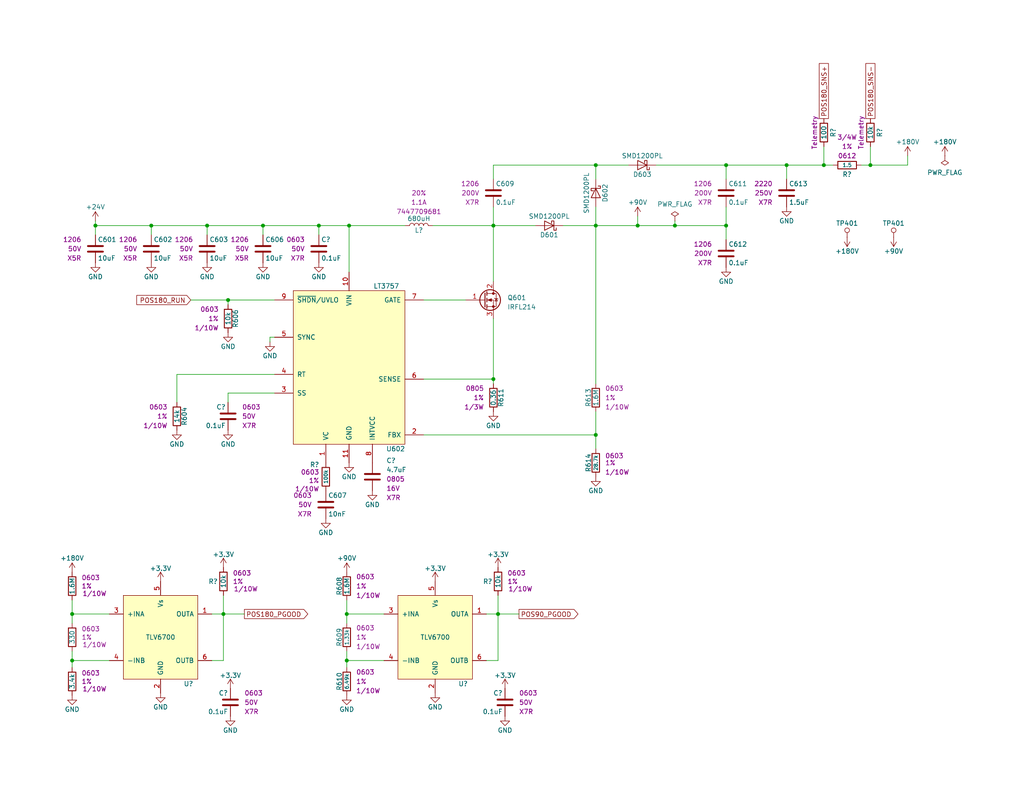
<source format=kicad_sch>
(kicad_sch (version 20230121) (generator eeschema)
  (paper "A")
  (title_block (title "Nixie Clock Redux Core Board") (date "2023-08-11") (rev "B") (company "Drew Maatman"))
  (lib_symbols
    (symbol "+180_1" (power) (pin_names (offset 0))
      (property "Value" "+180_1" (at 0 3.81 0))
      (symbol "+180_1_0_1"
        (polyline (pts (xy -0.762 1.27) (xy 0 2.54)))
        (polyline (pts (xy 0 0) (xy 0 2.54)))
        (polyline (pts (xy 0 2.54) (xy 0.762 1.27)))
      )
      (symbol "+180_1_1_1"
        (pin power_in line (at 0 0 90) (length 0) hide (name "+180V") (number "1"))
      )
    )
    (symbol "+90V_1" (power) (pin_names (offset 0))
      (property "Value" "+90V_1" (at 0 3.81 0))
      (symbol "+90V_1_0_1"
        (polyline (pts (xy -0.762 1.27) (xy 0 2.54)))
        (polyline (pts (xy 0 0) (xy 0 2.54)))
        (polyline (pts (xy 0 2.54) (xy 0.762 1.27)))
      )
      (symbol "+90V_1_1_1"
        (pin power_in line (at 0 0 90) (length 0) hide (name "+90V") (number "1"))
      )
    )
    (symbol "Custom Library:+180" (power) (pin_names (offset 0))
      (property "Value" "+180V" (at 0 3.81 0))
      (symbol "+180_0_1"
        (polyline (pts (xy -0.762 1.27) (xy 0 2.54)))
        (polyline (pts (xy 0 0) (xy 0 2.54)))
        (polyline (pts (xy 0 2.54) (xy 0.762 1.27)))
      )
      (symbol "+180_1_1"
        (pin power_in line (at 0 0 90) (length 0) hide (name "+180V") (number "1"))
      )
    )
    (symbol "Custom Library:+90V" (power) (pin_names (offset 0))
      (property "Value" "+90V" (at 0 3.81 0))
      (symbol "+90V_0_1"
        (polyline (pts (xy -0.762 1.27) (xy 0 2.54)))
        (polyline (pts (xy 0 0) (xy 0 2.54)))
        (polyline (pts (xy 0 2.54) (xy 0.762 1.27)))
      )
      (symbol "+90V_1_1"
        (pin power_in line (at 0 0 90) (length 0) hide (name "+90V") (number "1"))
      )
    )
    (symbol "Custom Library:C_Custom" (pin_numbers hide) (pin_names (offset 0.254))
      (property "Reference" "C" (at 0.635 2.54 0))
      (property "Value" "C_Custom" (at 0.635 -2.54 0))
      (property "display_footprint" "Foot" (at -3.81 2.54 0))
      (property "Voltage" "V" (at -3.81 0 0))
      (property "Dielectric" "Er" (at -3.81 -2.54 0))
      (symbol "C_Custom_0_1"
        (polyline (pts (xy -2.032 -0.762) (xy 2.032 -0.762)) (stroke (width 0.508)))
        (polyline (pts (xy -2.032 0.762) (xy 2.032 0.762)) (stroke (width 0.508)))
      )
      (symbol "C_Custom_1_1"
        (pin passive line (at 0 3.81 270) (length 2.794) (name "~") (number "1"))
        (pin passive line (at 0 -3.81 90) (length 2.794) (name "~") (number "2"))
      )
    )
    (symbol "Custom_Library:C_Custom" (pin_numbers hide) (pin_names (offset 0.254))
      (property "Reference" "C" (at 0.635 2.54 0))
      (property "Value" "Custom_Library_C_Custom" (at 0.635 -2.54 0))
      (property "display_footprint" "Foot" (at -3.81 2.54 0))
      (property "Voltage" "V" (at -3.81 0 0))
      (property "Dielectric" "Er" (at -3.81 -2.54 0))
      (symbol "C_Custom_0_1"
        (polyline (pts (xy -2.032 -0.762) (xy 2.032 -0.762)) (stroke (width 0.508)))
        (polyline (pts (xy -2.032 0.762) (xy 2.032 0.762)) (stroke (width 0.508)))
      )
      (symbol "C_Custom_1_1"
        (pin passive line (at 0 3.81 270) (length 2.794) (name "~") (number "1"))
        (pin passive line (at 0 -3.81 90) (length 2.794) (name "~") (number "2"))
      )
    )
    (symbol "Custom_Library:L_Custom" (pin_numbers hide) (pin_names (offset 1.016) hide)
      (property "Reference" "L" (at -1.27 0 90))
      (property "Value" "Custom_Library_L_Custom" (at 1.905 0 90))
      (property "display_footprint" "Foot" (at 3.81 0 90))
      (property "Ampacity" "A" (at 6.35 0 90))
      (property "Tolerance" "Tol" (at 8.89 0 90))
      (symbol "L_Custom_0_1"
        (arc (start 0 -2.54) (mid 0.6323 -1.905) (end 0 -1.27))
        (arc (start 0 -1.27) (mid 0.6323 -0.635) (end 0 0))
        (arc (start 0 0) (mid 0.6323 0.635) (end 0 1.27))
        (arc (start 0 1.27) (mid 0.6323 1.905) (end 0 2.54))
      )
      (symbol "L_Custom_1_1"
        (pin passive line (at 0 3.81 270) (length 1.27) (name "1") (number "1"))
        (pin passive line (at 0 -3.81 90) (length 1.27) (name "2") (number "2"))
      )
    )
    (symbol "Custom_Library:R_Custom" (pin_numbers hide) (pin_names (offset 1.016) hide)
      (property "Reference" "R" (at -2.54 0 90))
      (property "Value" "Custom_Library_R_Custom" (at 0 0 90))
      (property "display_footprint" "Foot" (at 2.54 0 90))
      (property "Tolerance" "Tol" (at 5.08 0 90))
      (property "Wattage" "W" (at 7.62 0 90))
      (symbol "R_Custom_0_1"
        (rectangle (start 1.016 2.54) (end -1.016 -2.54) (stroke (width 0.254)))
      )
      (symbol "R_Custom_1_1"
        (pin passive line (at 0 3.81 270) (length 1.27) (name "1") (number "1"))
        (pin passive line (at 0 -3.81 90) (length 1.27) (name "2") (number "2"))
      )
    )
    (symbol "Custom_Library:TLV6700" (pin_names (offset 1.016))
      (property "Reference" "U" (at 7.62 -12.7 0))
      (property "Value" "Custom_Library_TLV6700" (at 0 0 0))
      (symbol "TLV6700_0_1"
        (rectangle (start -10.16 11.43) (end 10.16 -11.43) (fill (type background)))
      )
      (symbol "TLV6700_1_1"
        (pin open_collector line (at 13.97 6.35 180) (length 3.81) (name "OUTA") (number "1"))
        (pin power_in line (at 0 -15.24 90) (length 3.81) (name "GND") (number "2"))
        (pin input line (at -13.97 6.35 0) (length 3.81) (name "+INA") (number "3"))
        (pin input line (at -13.97 -6.35 0) (length 3.81) (name "-INB") (number "4"))
        (pin power_in line (at 0 15.24 270) (length 3.81) (name "Vs") (number "5"))
        (pin open_collector line (at 13.97 -6.35 180) (length 3.81) (name "OUTB") (number "6"))
      )
    )
    (symbol "Custom_Library:TP" (pin_numbers hide) (pin_names (offset 0) hide)
      (property "Reference" "TP" (at 0 3.81 0))
      (symbol "TP_0_1"
        (polyline (pts (xy 0 0) (xy 0 1.27)))
        (circle (center 0 1.905) (radius 0.635))
      )
      (symbol "TP_1_1"
        (pin passive line (at 0 0 90) (length 0) (name "TP") (number "1"))
      )
    )
    (symbol "Nixie-Clock-rescue:D_Schottky" (pin_numbers hide) (pin_names (offset 1.016) hide)
      (property "Reference" "D" (at 0 2.54 0))
      (property "Value" "D_Schottky" (at 0 -2.54 0))
      (symbol "D_Schottky_0_1"
        (polyline (pts (xy 1.27 0) (xy -1.27 0)))
        (polyline (pts (xy 1.27 1.27) (xy 1.27 -1.27) (xy -1.27 0) (xy 1.27 1.27)) (stroke (width 0.2032)))
        (polyline (pts (xy -1.905 0.635) (xy -1.905 1.27) (xy -1.27 1.27) (xy -1.27 -1.27) (xy -0.635 -1.27) (xy -0.635 -0.635)) (stroke (width 0.2032)))
      )
      (symbol "D_Schottky_1_1"
        (pin passive line (at -3.81 0 0) (length 2.54) (name "K") (number "1"))
        (pin passive line (at 3.81 0 180) (length 2.54) (name "A") (number "2"))
      )
    )
    (symbol "Nixie-Clock-rescue:GND" (power) (pin_names (offset 0))
      (property "Value" "GND" (at 0 -3.81 0))
      (symbol "GND_0_1"
        (polyline (pts (xy 0 0) (xy 0 -1.27) (xy 1.27 -1.27) (xy 0 -2.54) (xy -1.27 -1.27) (xy 0 -1.27)))
      )
      (symbol "GND_1_1"
        (pin power_in line (at 0 0 270) (length 0) hide (name "GND") (number "1"))
      )
    )
    (symbol "Nixie-Clock-rescue:LT3757" (pin_names (offset 1.016))
      (property "Reference" "U" (at 12.7 -26.67 0))
      (property "Value" "LT3757" (at 10.16 17.78 0))
      (symbol "LT3757_0_1"
        (rectangle (start -15.24 16.51) (end 15.24 -25.4) (fill (type background)))
      )
      (symbol "LT3757_1_1"
        (pin passive line (at -6.35 -30.48 90) (length 5.08) (name "VC") (number "1"))
        (pin power_in line (at 0 21.59 270) (length 5.08) (name "VIN") (number "10"))
        (pin power_in line (at 0 -30.48 90) (length 5.08) (name "GND") (number "11"))
        (pin input line (at 20.32 -22.86 180) (length 5.08) (name "FBX") (number "2"))
        (pin passive line (at -20.32 -11.43 0) (length 5.08) (name "SS") (number "3"))
        (pin passive line (at -20.32 -6.35 0) (length 5.08) (name "RT") (number "4"))
        (pin input line (at -20.32 3.81 0) (length 5.08) (name "SYNC") (number "5"))
        (pin input line (at 20.32 -7.62 180) (length 5.08) (name "SENSE") (number "6"))
        (pin output line (at 20.32 13.97 180) (length 5.08) (name "GATE") (number "7"))
        (pin passive line (at 6.35 -30.48 90) (length 5.08) (name "INTVCC") (number "8"))
        (pin input line (at -20.32 13.97 0) (length 5.08) (name "~{SHDN}/UVLO") (number "9"))
      )
    )
    (symbol "Nixie-Clock-rescue:PWR_FLAG" (power) (pin_numbers hide) (pin_names (offset 0) hide)
      (property "Value" "PWR_FLAG" (at 0 3.81 0))
      (symbol "PWR_FLAG_0_0"
        (pin power_out line (at 0 0 90) (length 0) (name "pwr") (number "1"))
      )
      (symbol "PWR_FLAG_0_1"
        (polyline (pts (xy 0 0) (xy 0 1.27) (xy -1.016 1.905) (xy 0 2.54) (xy 1.016 1.905) (xy 0 1.27)))
      )
    )
    (symbol "Nixie-Clock-rescue:Q_NMOS_GDS" (pin_names (offset 0) hide)
      (property "Reference" "Q" (at 5.08 1.27 0))
      (property "Value" "Q_NMOS_GDS" (at 5.08 -1.27 0))
      (symbol "Q_NMOS_GDS_0_1"
        (polyline (pts (xy 0.0508 0) (xy 0.254 0)))
        (polyline (pts (xy 0.762 -1.778) (xy 2.54 -1.778)))
        (polyline (pts (xy 0.762 -1.27) (xy 0.762 -2.286)) (stroke (width 0.254)))
        (polyline (pts (xy 0.762 0) (xy 2.54 0)))
        (polyline (pts (xy 0.762 0.508) (xy 0.762 -0.508)) (stroke (width 0.254)))
        (polyline (pts (xy 0.762 1.778) (xy 2.54 1.778)))
        (polyline (pts (xy 0.762 2.286) (xy 0.762 1.27)) (stroke (width 0.254)))
        (polyline (pts (xy 2.54 -1.778) (xy 2.54 -2.54)))
        (polyline (pts (xy 2.54 -1.778) (xy 2.54 0)))
        (polyline (pts (xy 2.54 2.54) (xy 2.54 1.778)))
        (polyline (pts (xy 0.254 1.905) (xy 0.254 -1.905) (xy 0.254 -1.905)) (stroke (width 0.254)))
        (polyline (pts (xy 1.016 0) (xy 2.032 0.381) (xy 2.032 -0.381) (xy 1.016 0)) (fill (type outline)))
        (polyline (pts (xy 2.54 -1.778) (xy 3.302 -1.778) (xy 3.302 1.778) (xy 2.54 1.778)))
        (polyline (pts (xy 2.794 0.508) (xy 2.921 0.381) (xy 3.683 0.381) (xy 3.81 0.254)))
        (polyline (pts (xy 3.302 0.381) (xy 2.921 -0.254) (xy 3.683 -0.254) (xy 3.302 0.381)))
        (circle (center 1.651 0) (radius 2.8194) (stroke (width 0.254)))
        (circle (center 2.54 -1.778) (radius 0.2794) (fill (type outline)))
        (circle (center 2.54 1.778) (radius 0.2794) (fill (type outline)))
      )
      (symbol "Q_NMOS_GDS_1_1"
        (pin input line (at -5.08 0 0) (length 5.08) (name "G") (number "1"))
        (pin passive line (at 2.54 5.08 270) (length 2.54) (name "D") (number "2"))
        (pin passive line (at 2.54 -5.08 90) (length 2.54) (name "S") (number "3"))
      )
    )
    (symbol "Nixie-Clock-rescue:R" (pin_numbers hide) (pin_names (offset 0))
      (property "Reference" "R" (at 2.032 0 90))
      (property "Value" "R" (at 0 0 90))
      (symbol "R_0_1"
        (rectangle (start -1.016 -2.54) (end 1.016 2.54) (stroke (width 0.254)))
      )
      (symbol "R_1_1"
        (pin passive line (at 0 3.81 270) (length 1.27) (name "~") (number "1"))
        (pin passive line (at 0 -3.81 90) (length 1.27) (name "~") (number "2"))
      )
    )
    (symbol "power:+24V" (power) (pin_names (offset 0))
      (property "Value" "+24V" (at 0 3.556 0))
      (symbol "+24V_0_1"
        (polyline (pts (xy -0.762 1.27) (xy 0 2.54)))
        (polyline (pts (xy 0 0) (xy 0 2.54)))
        (polyline (pts (xy 0 2.54) (xy 0.762 1.27)))
      )
      (symbol "+24V_1_1"
        (pin power_in line (at 0 0 90) (length 0) hide (name "+24V") (number "1"))
      )
    )
    (symbol "power:+3.3V" (power) (pin_names (offset 0))
      (property "Value" "+3.3V" (at 0 3.556 0))
      (symbol "+3.3V_0_1"
        (polyline (pts (xy -0.762 1.27) (xy 0 2.54)))
        (polyline (pts (xy 0 0) (xy 0 2.54)))
        (polyline (pts (xy 0 2.54) (xy 0.762 1.27)))
      )
      (symbol "+3.3V_1_1"
        (pin power_in line (at 0 0 90) (length 0) hide (name "+3.3V") (number "1"))
      )
    )
    (symbol "power:GND" (power) (pin_names (offset 0))
      (property "Value" "GND" (at 0 -3.81 0))
      (symbol "GND_0_1"
        (polyline (pts (xy 0 0) (xy 0 -1.27) (xy 1.27 -1.27) (xy 0 -2.54) (xy -1.27 -1.27) (xy 0 -1.27)))
      )
      (symbol "GND_1_1"
        (pin power_in line (at 0 0 270) (length 0) hide (name "GND") (number "1"))
      )
    )
  )
  (junction (at 95.25 61.595))
  (junction (at 19.685 167.64))
  (junction (at 214.63 45.085))
  (junction (at 162.56 61.595))
  (junction (at 134.62 103.505))
  (junction (at 26.035 61.595))
  (junction (at 173.99 61.595))
  (junction (at 19.685 180.34))
  (junction (at 135.89 167.64))
  (junction (at 198.12 45.085))
  (junction (at 94.615 167.64))
  (junction (at 134.62 61.595))
  (junction (at 41.275 61.595))
  (junction (at 94.615 180.34))
  (junction (at 162.56 118.745))
  (junction (at 56.515 61.595))
  (junction (at 198.12 61.595))
  (junction (at 224.79 45.085))
  (junction (at 237.49 45.085))
  (junction (at 62.23 81.915))
  (junction (at 184.15 61.595))
  (junction (at 60.96 167.64))
  (junction (at 71.755 61.595))
  (junction (at 162.56 45.085))
  (junction (at 86.995 61.595))
  (wire (pts (xy 52.07 81.915) (xy 62.23 81.915)))
  (wire (pts (xy 153.67 61.595) (xy 162.56 61.595)))
  (wire (pts (xy 71.755 61.595) (xy 86.995 61.595)))
  (wire (pts (xy 95.25 61.595) (xy 110.49 61.595)))
  (wire (pts (xy 26.035 61.595) (xy 41.275 61.595)))
  (wire (pts (xy 247.65 42.545) (xy 247.65 45.085)))
  (wire (pts (xy 95.25 61.595) (xy 95.25 74.295)))
  (wire (pts (xy 134.62 61.595) (xy 146.05 61.595)))
  (wire (pts (xy 41.275 61.595) (xy 56.515 61.595)))
  (wire (pts (xy 134.62 61.595) (xy 134.62 76.835)))
  (wire (pts (xy 162.56 56.515) (xy 162.56 61.595)))
  (wire (pts (xy 48.26 102.235) (xy 74.93 102.235)))
  (wire (pts (xy 162.56 118.745) (xy 162.56 122.555)))
  (wire (pts (xy 162.56 61.595) (xy 173.99 61.595)))
  (wire (pts (xy 62.23 109.855) (xy 62.23 107.315)))
  (wire (pts (xy 127 81.915) (xy 115.57 81.915)))
  (wire (pts (xy 26.035 60.325) (xy 26.035 61.595)))
  (wire (pts (xy 115.57 103.505) (xy 134.62 103.505)))
  (wire (pts (xy 162.56 45.085) (xy 162.56 48.895)))
  (wire (pts (xy 132.715 180.34) (xy 135.89 180.34)))
  (wire (pts (xy 56.515 61.595) (xy 71.755 61.595)))
  (wire (pts (xy 237.49 40.005) (xy 237.49 45.085)))
  (wire (pts (xy 162.56 112.395) (xy 162.56 118.745)))
  (wire (pts (xy 62.23 81.915) (xy 74.93 81.915)))
  (wire (pts (xy 94.615 180.34) (xy 94.615 182.245)))
  (wire (pts (xy 94.615 180.34) (xy 94.615 177.8)))
  (wire (pts (xy 162.56 45.085) (xy 171.45 45.085)))
  (wire (pts (xy 86.995 61.595) (xy 86.995 64.135)))
  (wire (pts (xy 57.785 180.34) (xy 60.96 180.34)))
  (wire (pts (xy 224.79 45.085) (xy 227.33 45.085)))
  (wire (pts (xy 134.62 56.515) (xy 134.62 61.595)))
  (wire (pts (xy 135.89 167.64) (xy 135.89 162.56)))
  (wire (pts (xy 141.605 167.64) (xy 135.89 167.64)))
  (wire (pts (xy 134.62 103.505) (xy 134.62 104.775)))
  (wire (pts (xy 162.56 61.595) (xy 162.56 104.775)))
  (wire (pts (xy 60.96 180.34) (xy 60.96 167.64)))
  (wire (pts (xy 134.62 45.085) (xy 162.56 45.085)))
  (wire (pts (xy 19.685 180.34) (xy 19.685 177.8)))
  (wire (pts (xy 104.775 180.34) (xy 94.615 180.34)))
  (wire (pts (xy 26.035 64.135) (xy 26.035 61.595)))
  (wire (pts (xy 135.89 180.34) (xy 135.89 167.64)))
  (wire (pts (xy 19.685 167.64) (xy 19.685 170.18)))
  (wire (pts (xy 73.66 92.075) (xy 74.93 92.075)))
  (wire (pts (xy 173.99 61.595) (xy 184.15 61.595)))
  (wire (pts (xy 19.685 167.64) (xy 19.685 163.83)))
  (wire (pts (xy 104.775 167.64) (xy 94.615 167.64)))
  (wire (pts (xy 57.785 167.64) (xy 60.96 167.64)))
  (wire (pts (xy 132.715 167.64) (xy 135.89 167.64)))
  (wire (pts (xy 214.63 45.085) (xy 224.79 45.085)))
  (wire (pts (xy 224.79 40.005) (xy 224.79 45.085)))
  (wire (pts (xy 56.515 64.135) (xy 56.515 61.595)))
  (wire (pts (xy 118.11 61.595) (xy 134.62 61.595)))
  (wire (pts (xy 94.615 167.64) (xy 94.615 170.18)))
  (wire (pts (xy 71.755 64.135) (xy 71.755 61.595)))
  (wire (pts (xy 173.99 59.055) (xy 173.99 61.595)))
  (wire (pts (xy 237.49 45.085) (xy 247.65 45.085)))
  (wire (pts (xy 19.685 180.34) (xy 19.685 182.245)))
  (wire (pts (xy 115.57 118.745) (xy 162.56 118.745)))
  (wire (pts (xy 234.95 45.085) (xy 237.49 45.085)))
  (wire (pts (xy 179.07 45.085) (xy 198.12 45.085)))
  (wire (pts (xy 60.96 167.64) (xy 60.96 162.56)))
  (wire (pts (xy 198.12 56.515) (xy 198.12 61.595)))
  (wire (pts (xy 62.23 107.315) (xy 74.93 107.315)))
  (wire (pts (xy 29.845 167.64) (xy 19.685 167.64)))
  (wire (pts (xy 62.23 81.915) (xy 62.23 83.185)))
  (wire (pts (xy 86.995 61.595) (xy 95.25 61.595)))
  (wire (pts (xy 198.12 61.595) (xy 198.12 65.405)))
  (wire (pts (xy 214.63 45.085) (xy 214.63 48.895)))
  (wire (pts (xy 94.615 167.64) (xy 94.615 163.83)))
  (wire (pts (xy 48.26 109.855) (xy 48.26 102.235)))
  (wire (pts (xy 184.15 60.325) (xy 184.15 61.595)))
  (wire (pts (xy 73.66 93.345) (xy 73.66 92.075)))
  (wire (pts (xy 198.12 48.895) (xy 198.12 45.085)))
  (wire (pts (xy 134.62 86.995) (xy 134.62 103.505)))
  (wire (pts (xy 66.675 167.64) (xy 60.96 167.64)))
  (wire (pts (xy 29.845 180.34) (xy 19.685 180.34)))
  (wire (pts (xy 134.62 45.085) (xy 134.62 48.895)))
  (wire (pts (xy 41.275 64.135) (xy 41.275 61.595)))
  (wire (pts (xy 198.12 45.085) (xy 214.63 45.085)))
  (wire (pts (xy 184.15 61.595) (xy 198.12 61.595)))
  (global_label "POS180_PGOOD" (shape output) (at 66.675 167.64 0) (property "Intersheetrefs" "${INTERSHEET_REFS}" (at 84.4579 167.64 0) (effects (justify left))))
  (global_label "POS180_RUN" (shape input) (at 52.07 81.915 180) (property "Intersheetrefs" "${INTERSHEET_REFS}" (at 36.8271 81.915 0) (effects (justify right))))
  (global_label "POS180_SNS+" (shape passive) (at 224.79 32.385 90) (property "Intersheetrefs" "${INTERSHEET_REFS}" (at 224.79 16.8625 90) (effects (justify left))))
  (global_label "POS180_SNS-" (shape passive) (at 237.49 32.385 90) (property "Intersheetrefs" "${INTERSHEET_REFS}" (at 237.49 16.8625 90) (effects (justify left))))
  (global_label "POS90_PGOOD" (shape output) (at 141.605 167.64 0) (property "Intersheetrefs" "${INTERSHEET_REFS}" (at 158.1784 167.64 0) (effects (justify left))))
  (symbol (lib_id "Nixie-Clock-rescue:LT3757") (at 95.25 95.885 0) (unit 1)
    (property "Reference" "U602" (at 107.95 122.555 0))
    (property "Value" "LT3757" (at 105.41 78.105 0))
    (property "Footprint" "Housings_DFN_QFN:DFN-10-1EP_3x3mm_Pitch0.5mm" (effects hide))
    (property "Digi-Key PN" "LT3757IDD#PBF" (effects hide))
    (instances (project "Nixie_Clock_Core" (path "" (reference "U602") (unit 1))) (project "Nixie Clock" (path "" (reference "U?") (unit 1))))
  )
  (symbol (lib_id "power:GND") (at 86.995 71.755 0) (mirror y) (unit 1)
    (property "Reference" "#PWR?" (effects hide))
    (property "Value" "GND" (at 86.995 75.565 0))
    (instances (project "Analog_Clock" (path "" (reference "#PWR?") (unit 1))) (project "Nixie_Clock_Core" (path "" (reference "#PWR?") (unit 1)) (path "" (reference "#PWR0636") (unit 1))))
  )
  (symbol (lib_id "Custom Library:C_Custom") (at 41.275 67.945 0) (unit 1)
    (property "Reference" "C602" (at 41.91 65.405 0) (effects (justify left)))
    (property "Value" "10uF" (at 41.91 70.485 0) (effects (justify left)))
    (property "Footprint" "Capacitors_SMD:C_1206" (effects hide))
    (property "display_footprint" "1206" (at 37.465 65.405 0) (effects (justify right)))
    (property "Voltage" "50V" (at 37.465 67.945 0) (effects (justify right)))
    (property "Dielectric" "X5R" (at 37.465 70.485 0) (effects (justify right)))
    (property "Digi-Key PN" "1276-6767-1-ND" (effects hide))
  )
  (symbol (lib_id "power:+3.3V") (at 135.89 154.94 0) (unit 1)
    (property "Reference" "#PWR?" (effects hide))
    (property "Value" "+3.3V" (at 135.89 151.384 0))
    (instances (project "Analog_Clock" (path "" (reference "#PWR?") (unit 1))) (project "Nixie_Clock_Core" (path "" (reference "#PWR?") (unit 1)) (path "" (reference "#PWR0605") (unit 1))))
  )
  (symbol (lib_id "Custom Library:C_Custom") (at 26.035 67.945 0) (unit 1)
    (property "Reference" "C601" (at 26.67 65.405 0) (effects (justify left)))
    (property "Value" "10uF" (at 26.67 70.485 0) (effects (justify left)))
    (property "Footprint" "Capacitors_SMD:C_1206" (effects hide))
    (property "display_footprint" "1206" (at 22.225 65.405 0) (effects (justify right)))
    (property "Voltage" "50V" (at 22.225 67.945 0) (effects (justify right)))
    (property "Dielectric" "X5R" (at 22.225 70.485 0) (effects (justify right)))
    (property "Digi-Key PN" "1276-6767-1-ND" (effects hide))
  )
  (symbol (lib_id "Nixie-Clock-rescue:R") (at 134.62 108.585 0) (unit 1)
    (property "Reference" "R611" (at 136.652 108.585 90))
    (property "Value" "0.36" (at 134.62 108.585 90))
    (property "Footprint" "Resistors_SMD:R_0805" (effects hide))
    (property "Wattage" "1/3W" (at 132.08 111.125 0) (effects (justify right)))
    (property "Tolerance" "1%" (at 132.08 108.585 0) (effects (justify right)))
    (property "Digi-Key PN" "RL12S.36FCT-ND" (effects hide))
    (property "display_footprint" "0805" (at 132.08 106.045 0) (effects (justify right)))
    (instances (project "Nixie_Clock_Core" (path "" (reference "R611") (unit 1))) (project "Nixie Clock" (path "" (reference "R?") (unit 1))))
  )
  (symbol (lib_id "power:GND") (at 118.745 189.23 0) (unit 1)
    (property "Reference" "#PWR?" (effects hide))
    (property "Value" "GND" (at 118.745 193.04 0))
    (instances (project "Analog_Clock" (path "" (reference "#PWR?") (unit 1))) (project "Nixie_Clock_Core" (path "" (reference "#PWR?") (unit 1)) (path "" (reference "#PWR0604") (unit 1))))
  )
  (symbol (lib_id "power:+24V") (at 26.035 60.325 0) (unit 1)
    (property "Reference" "#PWR0613" (effects hide))
    (property "Value" "+24V" (at 26.035 56.515 0))
  )
  (symbol (lib_id "Custom_Library:R_Custom") (at 231.14 45.085 90) (unit 1)
    (property "Reference" "R?" (at 231.14 47.625 90))
    (property "Value" "1.5" (at 231.14 45.085 90) (effects (font (size 1.016 1.016))))
    (property "Footprint" "Resistors_SMD:R_0612" (effects hide))
    (property "Digi-Key PN" "RCL06121R20FKEA" (effects hide))
    (property "display_footprint" "0612" (at 231.14 42.545 90))
    (property "Tolerance" "1%" (at 231.14 40.005 90))
    (property "Wattage" "3/4W" (at 231.14 37.465 90))
    (instances (project "Nixie_Clock_Core" (path "" (reference "R?") (unit 1)) (path "" (reference "R616") (unit 1))) (project "LED_Panel_Controller" (path "" (reference "R?") (unit 1)) (path "" (reference "R?") (unit 1)) (path "" (reference "R?") (unit 1)) (path "" (reference "R?") (unit 1)) (path "" (reference "R?") (unit 1)) (path "" (reference "R?") (unit 1))))
  )
  (symbol (lib_name "+180_1") (lib_id "Custom Library:+180") (at 247.65 42.545 0) (unit 1)
    (property "Reference" "#PWR0632" (effects hide))
    (property "Value" "+180V" (at 247.65 38.735 0))
  )
  (symbol (lib_id "Nixie-Clock-rescue:GND") (at 48.26 117.475 0) (unit 1)
    (property "Reference" "#PWR0617" (effects hide))
    (property "Value" "GND" (at 48.26 121.285 0))
    (instances (project "Nixie_Clock_Core" (path "" (reference "#PWR0617") (unit 1))) (project "Nixie Clock" (path "" (reference "#PWR?") (unit 1))))
  )
  (symbol (lib_id "Nixie-Clock-rescue:R") (at 62.23 86.995 0) (unit 1)
    (property "Reference" "R606" (at 64.262 86.995 90))
    (property "Value" "10k" (at 62.23 86.995 90))
    (property "Footprint" "Resistors_SMD:R_0603" (effects hide))
    (property "Wattage" "1/10W" (at 59.69 89.535 0) (effects (justify right)))
    (property "Tolerance" "1%" (at 59.69 86.995 0) (effects (justify right)))
    (property "display_footprint" "0603" (at 59.69 84.455 0) (effects (justify right)))
    (property "Digi-Key PN" "541-10.0KHCT-ND" (effects hide))
    (instances (project "Nixie_Clock_Core" (path "" (reference "R606") (unit 1))) (project "Nixie Clock" (path "" (reference "R?") (unit 1))))
  )
  (symbol (lib_id "Nixie-Clock-rescue:GND") (at 62.23 90.805 0) (unit 1)
    (property "Reference" "#PWR0619" (effects hide))
    (property "Value" "GND" (at 62.23 94.615 0))
    (instances (project "Nixie_Clock_Core" (path "" (reference "#PWR0619") (unit 1))) (project "Nixie Clock" (path "" (reference "#PWR?") (unit 1))))
  )
  (symbol (lib_id "Custom_Library:R_Custom") (at 88.9 130.175 0) (mirror y) (unit 1)
    (property "Reference" "R?" (at 87.122 126.873 0) (effects (justify left)))
    (property "Value" "100k" (at 88.9 130.175 90) (effects (font (size 1.016 1.016))))
    (property "Footprint" "Resistors_SMD:R_0603" (effects hide))
    (property "display_footprint" "0603" (at 87.122 128.905 0) (effects (justify left)))
    (property "Tolerance" "1%" (at 87.122 131.191 0) (effects (justify left)))
    (property "Wattage" "1/10W" (at 87.122 133.477 0) (effects (justify left)))
    (property "Digi-Key PN" "541-100KHCT-ND" (effects hide))
    (instances (project "Analog_Clock" (path "" (reference "R?") (unit 1)) (path "" (reference "R?") (unit 1))) (project "Nixie_Clock_Core" (path "" (reference "R?") (unit 1)) (path "" (reference "R607") (unit 1))))
  )
  (symbol (lib_id "Custom_Library:R_Custom") (at 60.96 158.75 0) (unit 1)
    (property "Reference" "R?" (at 59.436 158.75 0) (effects (justify right)))
    (property "Value" "10k" (at 60.96 158.75 90))
    (property "Footprint" "Resistors_SMD:R_0603" (effects hide))
    (property "display_footprint" "0603" (at 63.5 156.464 0) (effects (justify left)))
    (property "Tolerance" "1%" (at 63.5 158.75 0) (effects (justify left)))
    (property "Wattage" "1/10W" (at 63.754 160.782 0) (effects (justify left)))
    (property "Digi-Key PN" "541-10.0KHCT-ND" (effects hide))
    (instances (project "Analog_Clock" (path "" (reference "R?") (unit 1))) (project "Nixie_Clock_Core" (path "" (reference "R?") (unit 1)) (path "" (reference "R605") (unit 1))))
  )
  (symbol (lib_id "Custom Library:C_Custom") (at 198.12 69.215 0) (unit 1)
    (property "Reference" "C612" (at 198.755 66.675 0) (effects (justify left)))
    (property "Value" "0.1uF" (at 198.755 71.755 0) (effects (justify left)))
    (property "Footprint" "Capacitors_SMD:C_1206" (effects hide))
    (property "display_footprint" "1206" (at 194.31 66.675 0) (effects (justify right)))
    (property "Voltage" "200V" (at 194.31 69.215 0) (effects (justify right)))
    (property "Dielectric" "X7R" (at 194.31 71.755 0) (effects (justify right)))
    (property "Digi-Key PN" "399-C1206C104K2RECAUTOCT-ND" (effects hide))
  )
  (symbol (lib_id "power:GND") (at 94.615 189.865 0) (unit 1)
    (property "Reference" "#PWR?" (effects hide))
    (property "Value" "GND" (at 94.615 193.675 0))
    (instances (project "Analog_Clock" (path "" (reference "#PWR?") (unit 1))) (project "Nixie_Clock_Core" (path "" (reference "#PWR?") (unit 1)) (path "" (reference "#PWR0602") (unit 1))))
  )
  (symbol (lib_id "Custom_Library:TP") (at 243.84 64.77 0) (unit 1)
    (property "Reference" "TP401" (at 243.84 60.96 0))
    (property "Value" "TP" (effects hide))
    (property "Footprint" "Custom Footprints Library:Test_Point" (effects hide))
    (instances (project "Nixie_Clock_Core" (path "" (reference "TP401") (unit 1)) (path "" (reference "TP602") (unit 1))) (project "LED_Panel_Controller" (path "" (reference "TP?") (unit 1)) (path "" (reference "TP?") (unit 1)) (path "" (reference "TP?") (unit 1)) (path "" (reference "TP?") (unit 1)) (path "" (reference "TP?") (unit 1)) (path "" (reference "TP?") (unit 1)) (path "" (reference "TP?") (unit 1)) (path "" (reference "TP?") (unit 1)) (path "" (reference "TP?") (unit 1))))
  )
  (symbol (lib_id "power:+3.3V") (at 43.815 158.75 0) (unit 1)
    (property "Reference" "#PWR?" (effects hide))
    (property "Value" "+3.3V" (at 43.815 155.194 0))
    (instances (project "Analog_Clock" (path "" (reference "#PWR?") (unit 1))) (project "Nixie_Clock_Core" (path "" (reference "#PWR?") (unit 1)) (path "" (reference "#PWR0615") (unit 1))))
  )
  (symbol (lib_id "power:GND") (at 62.865 195.58 0) (unit 1)
    (property "Reference" "#PWR?" (effects hide))
    (property "Value" "GND" (at 62.865 199.39 0))
    (instances (project "Analog_Clock" (path "" (reference "#PWR?") (unit 1))) (project "Nixie_Clock_Core" (path "" (reference "#PWR?") (unit 1)) (path "" (reference "#PWR0622") (unit 1))))
  )
  (symbol (lib_id "Nixie-Clock-rescue:GND") (at 214.63 56.515 0) (unit 1)
    (property "Reference" "#PWR0631" (effects hide))
    (property "Value" "GND" (at 214.63 60.325 0))
    (instances (project "Nixie_Clock_Core" (path "" (reference "#PWR0631") (unit 1))) (project "Nixie Clock" (path "" (reference "#PWR?") (unit 1))))
  )
  (symbol (lib_id "Nixie-Clock-rescue:GND") (at 73.66 93.345 0) (unit 1)
    (property "Reference" "#PWR0623" (effects hide))
    (property "Value" "GND" (at 73.66 97.155 0))
    (instances (project "Nixie_Clock_Core" (path "" (reference "#PWR0623") (unit 1))) (project "Nixie Clock" (path "" (reference "#PWR?") (unit 1))))
  )
  (symbol (lib_id "Nixie-Clock-rescue:GND") (at 41.275 71.755 0) (unit 1)
    (property "Reference" "#PWR0608" (effects hide))
    (property "Value" "GND" (at 41.275 75.565 0))
    (instances (project "Nixie_Clock_Core" (path "" (reference "#PWR0608") (unit 1))) (project "Nixie Clock" (path "" (reference "#PWR?") (unit 1))))
  )
  (symbol (lib_id "Nixie-Clock-rescue:R") (at 162.56 108.585 0) (mirror y) (unit 1)
    (property "Reference" "R613" (at 160.528 108.585 90))
    (property "Value" "1.6M" (at 162.56 108.585 90))
    (property "Footprint" "Resistors_SMD:R_0603" (effects hide))
    (property "Wattage" "1/10W" (at 165.1 111.125 0) (effects (justify right)))
    (property "Tolerance" "1%" (at 165.1 108.585 0) (effects (justify right)))
    (property "display_footprint" "0603" (at 165.1 106.045 0) (effects (justify right)))
    (property "Digi-Key PN" "541-1.60MHCT-ND" (effects hide))
    (instances (project "Nixie_Clock_Core" (path "" (reference "R613") (unit 1))) (project "Nixie Clock" (path "" (reference "R?") (unit 1))))
  )
  (symbol (lib_id "Custom_Library:C_Custom") (at 86.995 67.945 0) (unit 1)
    (property "Reference" "C?" (at 87.63 65.405 0) (effects (justify left)))
    (property "Value" "0.1uF" (at 87.63 70.485 0) (effects (justify left)))
    (property "Footprint" "Capacitors_SMD:C_0603" (effects hide))
    (property "Digi-Key PN" "1276-1935-1-ND" (effects hide))
    (property "display_footprint" "0603" (at 83.185 65.405 0) (effects (justify right)))
    (property "Voltage" "50V" (at 83.185 67.945 0) (effects (justify right)))
    (property "Dielectric" "X7R" (at 83.185 70.485 0) (effects (justify right)))
    (instances (project "Analog_Clock" (path "" (reference "C?") (unit 1)) (path "" (reference "C?") (unit 1)) (path "" (reference "C?") (unit 1)) (path "" (reference "C?") (unit 1)) (path "" (reference "C?") (unit 1))) (project "Nixie_Clock_Core" (path "" (reference "C?") (unit 1)) (path "" (reference "C614") (unit 1))))
  )
  (symbol (lib_id "Custom_Library:TP") (at 231.14 64.77 0) (unit 1)
    (property "Reference" "TP401" (at 231.14 60.96 0))
    (property "Value" "TP" (effects hide))
    (property "Footprint" "Custom Footprints Library:Test_Point" (effects hide))
    (instances (project "Nixie_Clock_Core" (path "" (reference "TP401") (unit 1)) (path "" (reference "TP601") (unit 1))) (project "LED_Panel_Controller" (path "" (reference "TP?") (unit 1)) (path "" (reference "TP?") (unit 1)) (path "" (reference "TP?") (unit 1)) (path "" (reference "TP?") (unit 1)) (path "" (reference "TP?") (unit 1)) (path "" (reference "TP?") (unit 1)) (path "" (reference "TP?") (unit 1)) (path "" (reference "TP?") (unit 1)) (path "" (reference "TP?") (unit 1))))
  )
  (symbol (lib_id "Nixie-Clock-rescue:GND") (at 95.25 126.365 0) (unit 1)
    (property "Reference" "#PWR0625" (effects hide))
    (property "Value" "GND" (at 95.25 130.175 0))
    (instances (project "Nixie_Clock_Core" (path "" (reference "#PWR0625") (unit 1))) (project "Nixie Clock" (path "" (reference "#PWR?") (unit 1))))
  )
  (symbol (lib_id "Nixie-Clock-rescue:GND") (at 26.035 71.755 0) (unit 1)
    (property "Reference" "#PWR0614" (effects hide))
    (property "Value" "GND" (at 26.035 75.565 0))
    (instances (project "Nixie_Clock_Core" (path "" (reference "#PWR0614") (unit 1))) (project "Nixie Clock" (path "" (reference "#PWR?") (unit 1))))
  )
  (symbol (lib_id "Nixie-Clock-rescue:R") (at 94.615 173.99 0) (mirror y) (unit 1)
    (property "Reference" "R609" (at 92.583 173.99 90))
    (property "Value" "1.33k" (at 94.615 173.99 90) (effects (font (size 1.016 1.016))))
    (property "Footprint" "Resistors_SMD:R_0603" (effects hide))
    (property "Wattage" "1/10W" (at 97.155 176.53 0) (effects (justify right)))
    (property "Tolerance" "1%" (at 97.155 173.99 0) (effects (justify right)))
    (property "display_footprint" "0603" (at 97.155 171.45 0) (effects (justify right)))
    (property "Digi-Key PN" "541-1.33KHCT-ND" (effects hide))
    (instances (project "Nixie_Clock_Core" (path "" (reference "R609") (unit 1))) (project "Nixie Clock" (path "" (reference "R?") (unit 1))))
  )
  (symbol (lib_id "Custom_Library:TLV6700") (at 118.745 173.99 0) (unit 1)
    (property "Reference" "U?" (at 126.365 186.69 0))
    (property "Value" "TLV6700" (at 118.745 173.99 0))
    (property "Footprint" "Package_TO_SOT_SMD:SOT-23-6" (effects hide))
    (property "Datasheet" "http://www.ti.com/lit/ds/symlink/tlv6700.pdf" (effects hide))
    (property "Digi-Key PN" "296-51696-1-ND" (effects hide))
    (instances (project "Analog_Clock" (path "" (reference "U?") (unit 1))) (project "Nixie_Clock_Core" (path "" (reference "U?") (unit 1)) (path "" (reference "U603") (unit 1))))
  )
  (symbol (lib_id "Nixie-Clock-rescue:R") (at 94.615 186.055 0) (mirror y) (unit 1)
    (property "Reference" "R610" (at 92.583 186.055 90))
    (property "Value" "6.49k" (at 94.615 186.055 90) (effects (font (size 1.016 1.016))))
    (property "Footprint" "Resistors_SMD:R_0603" (effects hide))
    (property "Wattage" "1/10W" (at 97.155 188.595 0) (effects (justify right)))
    (property "Tolerance" "1%" (at 97.155 186.055 0) (effects (justify right)))
    (property "display_footprint" "0603" (at 97.155 183.515 0) (effects (justify right)))
    (property "Digi-Key PN" "541-5537-1-ND" (effects hide))
    (instances (project "Nixie_Clock_Core" (path "" (reference "R610") (unit 1))) (project "Nixie Clock" (path "" (reference "R?") (unit 1))))
  )
  (symbol (lib_id "Custom Library:+180") (at 19.685 156.21 0) (unit 1)
    (property "Reference" "#PWR0611" (effects hide))
    (property "Value" "+180V" (at 19.685 152.4 0))
  )
  (symbol (lib_id "Custom_Library:C_Custom") (at 62.865 191.77 0) (mirror y) (unit 1)
    (property "Reference" "C?" (at 62.23 189.23 0) (effects (justify left)))
    (property "Value" "0.1uF" (at 62.23 194.31 0) (effects (justify left)))
    (property "Footprint" "Capacitors_SMD:C_0603" (effects hide))
    (property "Digi-Key PN" "1276-1935-1-ND" (effects hide))
    (property "display_footprint" "0603" (at 66.675 189.23 0) (effects (justify right)))
    (property "Voltage" "50V" (at 66.675 191.77 0) (effects (justify right)))
    (property "Dielectric" "X7R" (at 66.675 194.31 0) (effects (justify right)))
    (instances (project "Analog_Clock" (path "" (reference "C?") (unit 1)) (path "" (reference "C?") (unit 1)) (path "" (reference "C?") (unit 1)) (path "" (reference "C?") (unit 1)) (path "" (reference "C?") (unit 1))) (project "Nixie_Clock_Core" (path "" (reference "C?") (unit 1)) (path "" (reference "C605") (unit 1))))
  )
  (symbol (lib_id "Custom_Library:R_Custom") (at 19.685 160.02 0) (unit 1)
    (property "Reference" "R?" (effects hide))
    (property "Value" "1.6M" (at 19.685 160.02 90))
    (property "Footprint" "Resistors_SMD:R_0603" (effects hide))
    (property "display_footprint" "0603" (at 22.225 157.734 0) (effects (justify left)))
    (property "Tolerance" "1%" (at 22.225 160.02 0) (effects (justify left)))
    (property "Wattage" "1/10W" (at 22.479 162.052 0) (effects (justify left)))
    (property "Digi-Key PN" "541-1.60MHCT-ND" (effects hide))
    (instances (project "Analog_Clock" (path "" (reference "R?") (unit 1))) (project "Nixie_Clock_Core" (path "" (reference "R?") (unit 1)) (path "" (reference "R601") (unit 1))))
  )
  (symbol (lib_id "Nixie-Clock-rescue:GND") (at 198.12 73.025 0) (unit 1)
    (property "Reference" "#PWR0630" (effects hide))
    (property "Value" "GND" (at 198.12 76.835 0))
    (instances (project "Nixie_Clock_Core" (path "" (reference "#PWR0630") (unit 1))) (project "Nixie Clock" (path "" (reference "#PWR?") (unit 1))))
  )
  (symbol (lib_name "+90V_1") (lib_id "Custom Library:+90V") (at 173.99 59.055 0) (unit 1)
    (property "Reference" "#PWR0629" (effects hide))
    (property "Value" "+90V" (at 173.99 55.245 0))
  )
  (symbol (lib_id "Custom_Library:R_Custom") (at 19.685 186.055 0) (unit 1)
    (property "Reference" "R?" (effects hide))
    (property "Value" "3.4k" (at 19.685 186.055 90))
    (property "Footprint" "Resistors_SMD:R_0603" (effects hide))
    (property "display_footprint" "0603" (at 22.225 183.769 0) (effects (justify left)))
    (property "Tolerance" "1%" (at 22.225 186.055 0) (effects (justify left)))
    (property "Wattage" "1/10W" (at 22.479 188.087 0) (effects (justify left)))
    (property "Digi-Key PN" "541-3.40KHCT-ND" (effects hide))
    (instances (project "Analog_Clock" (path "" (reference "R?") (unit 1))) (project "Nixie_Clock_Core" (path "" (reference "R?") (unit 1)) (path "" (reference "R603") (unit 1))))
  )
  (symbol (lib_id "Custom Library:C_Custom") (at 214.63 52.705 0) (unit 1)
    (property "Reference" "C613" (at 215.265 50.165 0) (effects (justify left)))
    (property "Value" "1.5uF" (at 215.265 55.245 0) (effects (justify left)))
    (property "Footprint" "Capacitors_SMD:C_2220" (effects hide))
    (property "display_footprint" "2220" (at 210.82 50.165 0) (effects (justify right)))
    (property "Voltage" "250V" (at 210.82 52.705 0) (effects (justify right)))
    (property "Dielectric" "X7R" (at 210.82 55.245 0) (effects (justify right)))
    (property "Digi-Key PN" "565-4697-1-ND" (effects hide))
  )
  (symbol (lib_id "power:GND") (at 137.795 195.58 0) (unit 1)
    (property "Reference" "#PWR?" (effects hide))
    (property "Value" "GND" (at 137.795 199.39 0))
    (instances (project "Analog_Clock" (path "" (reference "#PWR?") (unit 1))) (project "Nixie_Clock_Core" (path "" (reference "#PWR?") (unit 1)) (path "" (reference "#PWR0607") (unit 1))))
  )
  (symbol (lib_id "Nixie-Clock-rescue:GND") (at 101.6 133.985 0) (unit 1)
    (property "Reference" "#PWR0626" (effects hide))
    (property "Value" "GND" (at 101.6 137.795 0))
    (instances (project "Nixie_Clock_Core" (path "" (reference "#PWR0626") (unit 1))) (project "Nixie Clock" (path "" (reference "#PWR?") (unit 1))))
  )
  (symbol (lib_name "+90V_1") (lib_id "Custom Library:+90V") (at 243.84 64.77 180) (unit 1)
    (property "Reference" "#PWR0635" (effects hide))
    (property "Value" "+90V" (at 243.84 68.58 0))
  )
  (symbol (lib_id "Custom_Library:R_Custom") (at 135.89 158.75 0) (unit 1)
    (property "Reference" "R?" (at 134.366 158.75 0) (effects (justify right)))
    (property "Value" "10k" (at 135.89 158.75 90))
    (property "Footprint" "Resistors_SMD:R_0603" (effects hide))
    (property "display_footprint" "0603" (at 138.43 156.464 0) (effects (justify left)))
    (property "Tolerance" "1%" (at 138.43 158.75 0) (effects (justify left)))
    (property "Wattage" "1/10W" (at 138.684 160.782 0) (effects (justify left)))
    (property "Digi-Key PN" "541-10.0KHCT-ND" (effects hide))
    (instances (project "Analog_Clock" (path "" (reference "R?") (unit 1))) (project "Nixie_Clock_Core" (path "" (reference "R?") (unit 1)) (path "" (reference "R612") (unit 1))))
  )
  (symbol (lib_id "Custom_Library:R_Custom") (at 19.685 173.99 0) (unit 1)
    (property "Reference" "R?" (effects hide))
    (property "Value" "330" (at 19.685 173.99 90))
    (property "Footprint" "Resistors_SMD:R_0603" (effects hide))
    (property "display_footprint" "0603" (at 22.225 171.704 0) (effects (justify left)))
    (property "Tolerance" "1%" (at 22.225 173.99 0) (effects (justify left)))
    (property "Wattage" "1/10W" (at 22.479 176.022 0) (effects (justify left)))
    (property "Digi-Key PN" "541-330HCT-ND" (effects hide))
    (instances (project "Analog_Clock" (path "" (reference "R?") (unit 1))) (project "Nixie_Clock_Core" (path "" (reference "R?") (unit 1)) (path "" (reference "R602") (unit 1))))
  )
  (symbol (lib_id "Custom Library:C_Custom") (at 71.755 67.945 0) (unit 1)
    (property "Reference" "C606" (at 72.39 65.405 0) (effects (justify left)))
    (property "Value" "10uF" (at 72.39 70.485 0) (effects (justify left)))
    (property "Footprint" "Capacitors_SMD:C_1206" (effects hide))
    (property "display_footprint" "1206" (at 67.945 65.405 0) (effects (justify right)))
    (property "Voltage" "50V" (at 67.945 67.945 0) (effects (justify right)))
    (property "Dielectric" "X5R" (at 67.945 70.485 0) (effects (justify right)))
    (property "Digi-Key PN" "1276-6767-1-ND" (effects hide))
  )
  (symbol (lib_id "Nixie-Clock-rescue:GND") (at 134.62 112.395 0) (unit 1)
    (property "Reference" "#PWR0627" (effects hide))
    (property "Value" "GND" (at 134.62 116.205 0))
    (instances (project "Nixie_Clock_Core" (path "" (reference "#PWR0627") (unit 1))) (project "Nixie Clock" (path "" (reference "#PWR?") (unit 1))))
  )
  (symbol (lib_id "power:+3.3V") (at 118.745 158.75 0) (unit 1)
    (property "Reference" "#PWR?" (effects hide))
    (property "Value" "+3.3V" (at 118.745 155.194 0))
    (instances (project "Analog_Clock" (path "" (reference "#PWR?") (unit 1))) (project "Nixie_Clock_Core" (path "" (reference "#PWR?") (unit 1)) (path "" (reference "#PWR0603") (unit 1))))
  )
  (symbol (lib_id "Nixie-Clock-rescue:R") (at 94.615 160.02 0) (mirror y) (unit 1)
    (property "Reference" "R608" (at 92.583 160.02 90))
    (property "Value" "1.6M" (at 94.615 160.02 90))
    (property "Footprint" "Resistors_SMD:R_0603" (effects hide))
    (property "Wattage" "1/10W" (at 97.155 162.56 0) (effects (justify right)))
    (property "Tolerance" "1%" (at 97.155 160.02 0) (effects (justify right)))
    (property "display_footprint" "0603" (at 97.155 157.48 0) (effects (justify right)))
    (property "Digi-Key PN" "541-1.60MHCT-ND" (effects hide))
    (instances (project "Nixie_Clock_Core" (path "" (reference "R608") (unit 1))) (project "Nixie Clock" (path "" (reference "R?") (unit 1))))
  )
  (symbol (lib_id "power:+3.3V") (at 62.865 187.96 0) (unit 1)
    (property "Reference" "#PWR?" (effects hide))
    (property "Value" "+3.3V" (at 62.865 184.404 0))
    (instances (project "Analog_Clock" (path "" (reference "#PWR?") (unit 1))) (project "Nixie_Clock_Core" (path "" (reference "#PWR?") (unit 1)) (path "" (reference "#PWR0621") (unit 1))))
  )
  (symbol (lib_id "Custom_Library:C_Custom") (at 101.6 130.175 0) (unit 1)
    (property "Reference" "C?" (at 105.41 125.73 0) (effects (justify left)))
    (property "Value" "4.7uF" (at 105.41 128.27 0) (effects (justify left)))
    (property "Footprint" "Capacitors_SMD:C_0805" (effects hide))
    (property "display_footprint" "0805" (at 105.41 130.81 0) (effects (justify left)))
    (property "Voltage" "16V" (at 105.41 133.35 0) (effects (justify left)))
    (property "Dielectric" "X7R" (at 105.41 135.89 0) (effects (justify left)))
    (property "Digi-Key PN" "1276-2970-1-ND" (effects hide))
    (instances (project "VFD_Clock" (path "" (reference "C?") (unit 1)) (path "" (reference "C?") (unit 1)) (path "" (reference "C?") (unit 1))) (project "Nixie_Clock_Core" (path "" (reference "C?") (unit 1)) (path "" (reference "C608") (unit 1))))
  )
  (symbol (lib_id "Custom Library:C_Custom") (at 134.62 52.705 0) (unit 1)
    (property "Reference" "C609" (at 135.255 50.165 0) (effects (justify left)))
    (property "Value" "0.1uF" (at 135.255 55.245 0) (effects (justify left)))
    (property "Footprint" "Capacitors_SMD:C_1206" (effects hide))
    (property "display_footprint" "1206" (at 130.81 50.165 0) (effects (justify right)))
    (property "Voltage" "200V" (at 130.81 52.705 0) (effects (justify right)))
    (property "Dielectric" "X7R" (at 130.81 55.245 0) (effects (justify right)))
    (property "Digi-Key PN" "399-C1206C104K2RECAUTOCT-ND" (effects hide))
  )
  (symbol (lib_id "Custom Library:+180") (at 257.81 42.545 0) (unit 1)
    (property "Reference" "#PWR0633" (effects hide))
    (property "Value" "+180V" (at 257.81 38.735 0))
  )
  (symbol (lib_id "Nixie-Clock-rescue:PWR_FLAG") (at 257.81 42.545 180) (unit 1)
    (property "Reference" "#FLG0602" (effects hide))
    (property "Value" "PWR_FLAG" (at 257.81 47.117 0))
    (instances (project "Nixie_Clock_Core" (path "" (reference "#FLG0602") (unit 1))) (project "Nixie Clock" (path "" (reference "#FLG?") (unit 1))))
  )
  (symbol (lib_id "Custom Library:C_Custom") (at 56.515 67.945 0) (unit 1)
    (property "Reference" "C603" (at 57.15 65.405 0) (effects (justify left)))
    (property "Value" "10uF" (at 57.15 70.485 0) (effects (justify left)))
    (property "Footprint" "Capacitors_SMD:C_1206" (effects hide))
    (property "display_footprint" "1206" (at 52.705 65.405 0) (effects (justify right)))
    (property "Voltage" "50V" (at 52.705 67.945 0) (effects (justify right)))
    (property "Dielectric" "X5R" (at 52.705 70.485 0) (effects (justify right)))
    (property "Digi-Key PN" "1276-6767-1-ND" (effects hide))
  )
  (symbol (lib_id "Nixie-Clock-rescue:R") (at 48.26 113.665 0) (unit 1)
    (property "Reference" "R604" (at 50.292 113.665 90))
    (property "Value" "14k" (at 48.26 113.665 90))
    (property "Footprint" "Resistors_SMD:R_0603" (effects hide))
    (property "Wattage" "1/10W" (at 45.72 116.205 0) (effects (justify right)))
    (property "Tolerance" "1%" (at 45.72 113.665 0) (effects (justify right)))
    (property "display_footprint" "0603" (at 45.72 111.125 0) (effects (justify right)))
    (property "Digi-Key PN" "541-CRCW060314K0FKTACT-ND" (effects hide))
    (instances (project "Nixie_Clock_Core" (path "" (reference "R604") (unit 1))) (project "Nixie Clock" (path "" (reference "R?") (unit 1))))
  )
  (symbol (lib_id "Custom_Library:C_Custom") (at 137.795 191.77 0) (mirror y) (unit 1)
    (property "Reference" "C?" (at 137.16 189.23 0) (effects (justify left)))
    (property "Value" "0.1uF" (at 137.16 194.31 0) (effects (justify left)))
    (property "Footprint" "Capacitors_SMD:C_0603" (effects hide))
    (property "Digi-Key PN" "1276-1935-1-ND" (effects hide))
    (property "display_footprint" "0603" (at 141.605 189.23 0) (effects (justify right)))
    (property "Voltage" "50V" (at 141.605 191.77 0) (effects (justify right)))
    (property "Dielectric" "X7R" (at 141.605 194.31 0) (effects (justify right)))
    (instances (project "Analog_Clock" (path "" (reference "C?") (unit 1)) (path "" (reference "C?") (unit 1)) (path "" (reference "C?") (unit 1)) (path "" (reference "C?") (unit 1)) (path "" (reference "C?") (unit 1))) (project "Nixie_Clock_Core" (path "" (reference "C?") (unit 1)) (path "" (reference "C610") (unit 1))))
  )
  (symbol (lib_id "Nixie-Clock-rescue:GND") (at 71.755 71.755 0) (unit 1)
    (property "Reference" "#PWR0610" (effects hide))
    (property "Value" "GND" (at 71.755 75.565 0))
    (instances (project "Nixie_Clock_Core" (path "" (reference "#PWR0610") (unit 1))) (project "Nixie Clock" (path "" (reference "#PWR?") (unit 1))))
  )
  (symbol (lib_id "Nixie-Clock-rescue:Q_NMOS_GDS") (at 132.08 81.915 0) (unit 1)
    (property "Reference" "Q601" (at 138.43 81.28 0) (effects (justify left)))
    (property "Value" "IRFL214" (at 138.43 83.82 0) (effects (justify left)))
    (property "Footprint" "Package_TO_SOT_SMD:SOT-223-3_TabPin2" (effects hide))
    (property "Digi-Key PN" "IRFL214PBFCT-ND" (effects hide))
    (property "display_footprint" "SOT-223" (effects hide))
    (instances (project "Nixie_Clock_Core" (path "" (reference "Q601") (unit 1))) (project "Nixie Clock" (path "" (reference "Q?") (unit 1))))
  )
  (symbol (lib_id "Custom_Library:C_Custom") (at 62.23 113.665 0) (mirror y) (unit 1)
    (property "Reference" "C?" (at 61.595 111.125 0) (effects (justify left)))
    (property "Value" "0.1uF" (at 61.595 116.205 0) (effects (justify left)))
    (property "Footprint" "Capacitors_SMD:C_0603" (effects hide))
    (property "Digi-Key PN" "1276-1935-1-ND" (effects hide))
    (property "display_footprint" "0603" (at 66.04 111.125 0) (effects (justify right)))
    (property "Voltage" "50V" (at 66.04 113.665 0) (effects (justify right)))
    (property "Dielectric" "X7R" (at 66.04 116.205 0) (effects (justify right)))
    (instances (project "Analog_Clock" (path "" (reference "C?") (unit 1)) (path "" (reference "C?") (unit 1)) (path "" (reference "C?") (unit 1)) (path "" (reference "C?") (unit 1)) (path "" (reference "C?") (unit 1))) (project "Nixie_Clock_Core" (path "" (reference "C?") (unit 1)) (path "" (reference "C604") (unit 1))))
  )
  (symbol (lib_id "Nixie-Clock-rescue:GND") (at 56.515 71.755 0) (unit 1)
    (property "Reference" "#PWR0609" (effects hide))
    (property "Value" "GND" (at 56.515 75.565 0))
    (instances (project "Nixie_Clock_Core" (path "" (reference "#PWR0609") (unit 1))) (project "Nixie Clock" (path "" (reference "#PWR?") (unit 1))))
  )
  (symbol (lib_id "Nixie-Clock-rescue:GND") (at 62.23 117.475 0) (unit 1)
    (property "Reference" "#PWR0620" (effects hide))
    (property "Value" "GND" (at 62.23 121.285 0))
    (instances (project "Nixie_Clock_Core" (path "" (reference "#PWR0620") (unit 1))) (project "Nixie Clock" (path "" (reference "#PWR?") (unit 1))))
  )
  (symbol (lib_id "Nixie-Clock-rescue:GND") (at 162.56 130.175 0) (mirror y) (unit 1)
    (property "Reference" "#PWR0628" (effects hide))
    (property "Value" "GND" (at 162.56 133.985 0))
    (instances (project "Nixie_Clock_Core" (path "" (reference "#PWR0628") (unit 1))) (project "Nixie Clock" (path "" (reference "#PWR?") (unit 1))))
  )
  (symbol (lib_id "power:GND") (at 43.815 189.23 0) (unit 1)
    (property "Reference" "#PWR?" (effects hide))
    (property "Value" "GND" (at 43.815 193.04 0))
    (instances (project "Analog_Clock" (path "" (reference "#PWR?") (unit 1))) (project "Nixie_Clock_Core" (path "" (reference "#PWR?") (unit 1)) (path "" (reference "#PWR0616") (unit 1))))
  )
  (symbol (lib_id "Nixie-Clock-rescue:R") (at 162.56 126.365 0) (mirror y) (unit 1)
    (property "Reference" "R614" (at 160.528 126.365 90))
    (property "Value" "28.7k" (at 162.56 126.365 90) (effects (font (size 1.016 1.016))))
    (property "Footprint" "Resistors_SMD:R_0603" (effects hide))
    (property "Wattage" "1/10W" (at 165.1 128.905 0) (effects (justify right)))
    (property "Tolerance" "1%" (at 165.1 126.365 0) (effects (justify right)))
    (property "display_footprint" "0603" (at 165.1 124.46 0) (effects (justify right)))
    (property "Digi-Key PN" "541-28.7KHCT-ND" (effects hide))
    (instances (project "Nixie_Clock_Core" (path "" (reference "R614") (unit 1))) (project "Nixie Clock" (path "" (reference "R?") (unit 1))))
  )
  (symbol (lib_id "power:+3.3V") (at 137.795 187.96 0) (unit 1)
    (property "Reference" "#PWR?" (effects hide))
    (property "Value" "+3.3V" (at 137.795 184.404 0))
    (instances (project "Analog_Clock" (path "" (reference "#PWR?") (unit 1))) (project "Nixie_Clock_Core" (path "" (reference "#PWR?") (unit 1)) (path "" (reference "#PWR0606") (unit 1))))
  )
  (symbol (lib_id "Custom_Library:L_Custom") (at 114.3 61.595 90) (unit 1)
    (property "Reference" "L?" (at 114.3 62.865 90))
    (property "Value" "680uH" (at 114.3 59.69 90))
    (property "Footprint" "Custom Footprints:Wurth_7447709681" (effects hide))
    (property "display_footprint" "7447709681" (at 114.3 57.785 90))
    (property "Ampacity" "1.1A" (at 114.3 55.245 90))
    (property "Tolerance" "20%" (at 114.3 52.705 90))
    (property "Digi-Key PN" "732-1700-1-ND" (effects hide))
    (instances (project "Nixie_Clock_Core" (path "" (reference "L?") (unit 1)) (path "" (reference "L601") (unit 1))) (project "LED_Panel_Controller" (path "" (reference "L?") (unit 1)) (path "" (reference "L?") (unit 1)) (path "" (reference "L?") (unit 1))))
  )
  (symbol (lib_id "Custom_Library:R_Custom") (at 224.79 36.195 0) (mirror y) (unit 1)
    (property "Reference" "R?" (at 227.33 36.195 90))
    (property "Value" "100" (at 224.79 36.195 90))
    (property "Footprint" "Resistors_SMD:R_0603" (effects hide))
    (property "display_footprint" "0603" (effects hide))
    (property "Tolerance" "1%" (effects hide))
    (property "Wattage" "1/10W" (effects hide))
    (property "Digi-Key PN" "541-3951-1-ND" (effects hide))
    (property "Configuration" "Telemetry" (at 222.25 36.195 90))
    (instances (project "Nixie_Clock_Core" (path "" (reference "R?") (unit 1)) (path "" (reference "R615") (unit 1))) (project "LED_Panel_Controller" (path "" (reference "R?") (unit 1)) (path "" (reference "R?") (unit 1)) (path "" (reference "R?") (unit 1)) (path "" (reference "R?") (unit 1)) (path "" (reference "R?") (unit 1)) (path "" (reference "R?") (unit 1))))
  )
  (symbol (lib_id "Nixie-Clock-rescue:PWR_FLAG") (at 184.15 60.325 0) (unit 1)
    (property "Reference" "#FLG0601" (effects hide))
    (property "Value" "PWR_FLAG" (at 184.15 55.753 0))
    (instances (project "Nixie_Clock_Core" (path "" (reference "#FLG0601") (unit 1))) (project "Nixie Clock" (path "" (reference "#FLG?") (unit 1))))
  )
  (symbol (lib_id "power:+3.3V") (at 60.96 154.94 0) (unit 1)
    (property "Reference" "#PWR?" (effects hide))
    (property "Value" "+3.3V" (at 60.96 151.384 0))
    (instances (project "Analog_Clock" (path "" (reference "#PWR?") (unit 1))) (project "Nixie_Clock_Core" (path "" (reference "#PWR?") (unit 1)) (path "" (reference "#PWR0618") (unit 1))))
  )
  (symbol (lib_id "Nixie-Clock-rescue:D_Schottky") (at 175.26 45.085 180) (unit 1)
    (property "Reference" "D603" (at 175.26 47.625 0))
    (property "Value" "SMD1200PL" (at 175.26 42.545 0))
    (property "Footprint" "Diodes_SMD:D_SOD-123F" (effects hide))
    (property "display_footprint" "SOD-123F" (effects hide))
    (property "Digi-Key PN" "SMD1200PL-TPMSCT-ND" (effects hide))
    (instances (project "Nixie_Clock_Core" (path "" (reference "D603") (unit 1))) (project "Nixie Clock" (path "" (reference "D?") (unit 1))))
  )
  (symbol (lib_id "Nixie-Clock-rescue:D_Schottky") (at 149.86 61.595 180) (unit 1)
    (property "Reference" "D601" (at 149.86 64.135 0))
    (property "Value" "SMD1200PL" (at 149.86 59.055 0))
    (property "Footprint" "Diodes_SMD:D_SOD-123F" (effects hide))
    (property "display_footprint" "SOD-123F" (effects hide))
    (property "Digi-Key PN" "SMD1200PL-TPMSCT-ND" (effects hide))
    (instances (project "Nixie_Clock_Core" (path "" (reference "D601") (unit 1))) (project "Nixie Clock" (path "" (reference "D?") (unit 1))))
  )
  (symbol (lib_id "Custom Library:C_Custom") (at 198.12 52.705 0) (unit 1)
    (property "Reference" "C611" (at 198.755 50.165 0) (effects (justify left)))
    (property "Value" "0.1uF" (at 198.755 55.245 0) (effects (justify left)))
    (property "Footprint" "Capacitors_SMD:C_1206" (effects hide))
    (property "display_footprint" "1206" (at 194.31 50.165 0) (effects (justify right)))
    (property "Voltage" "200V" (at 194.31 52.705 0) (effects (justify right)))
    (property "Dielectric" "X7R" (at 194.31 55.245 0) (effects (justify right)))
    (property "Digi-Key PN" "399-C1206C104K2RECAUTOCT-ND" (effects hide))
  )
  (symbol (lib_id "power:GND") (at 19.685 189.865 0) (unit 1)
    (property "Reference" "#PWR?" (effects hide))
    (property "Value" "GND" (at 19.685 193.675 0))
    (instances (project "Analog_Clock" (path "" (reference "#PWR?") (unit 1))) (project "Nixie_Clock_Core" (path "" (reference "#PWR?") (unit 1)) (path "" (reference "#PWR0612") (unit 1))))
  )
  (symbol (lib_name "+180_1") (lib_id "Custom Library:+180") (at 231.14 64.77 180) (unit 1)
    (property "Reference" "#PWR0634" (effects hide))
    (property "Value" "+180V" (at 231.14 68.58 0))
  )
  (symbol (lib_id "Custom_Library:TLV6700") (at 43.815 173.99 0) (unit 1)
    (property "Reference" "U?" (at 51.435 186.69 0))
    (property "Value" "TLV6700" (at 43.815 173.99 0))
    (property "Footprint" "Package_TO_SOT_SMD:SOT-23-6" (effects hide))
    (property "Datasheet" "http://www.ti.com/lit/ds/symlink/tlv6700.pdf" (effects hide))
    (property "Digi-Key PN" "296-51696-1-ND" (effects hide))
    (instances (project "Analog_Clock" (path "" (reference "U?") (unit 1))) (project "Nixie_Clock_Core" (path "" (reference "U?") (unit 1)) (path "" (reference "U601") (unit 1))))
  )
  (symbol (lib_id "Custom_Library:C_Custom") (at 88.9 137.795 0) (unit 1)
    (property "Reference" "C607" (at 89.535 135.255 0) (effects (justify left)))
    (property "Value" "10nF" (at 89.535 140.335 0) (effects (justify left)))
    (property "Footprint" "Capacitors_SMD:C_0603" (effects hide))
    (property "display_footprint" "0603" (at 85.09 135.255 0) (effects (justify right)))
    (property "Voltage" "50V" (at 85.09 137.795 0) (effects (justify right)))
    (property "Dielectric" "X7R" (at 85.09 140.335 0) (effects (justify right)))
    (property "Digi-Key PN" "1276-1009-1-ND" (effects hide))
    (instances (project "Nixie_Clock_Core" (path "" (reference "C607") (unit 1)) (path "" (reference "C?") (unit 1)) (path "" (reference "C?") (unit 1))) (project "LED_Panel_Controller" (path "" (reference "C?") (unit 1)) (path "" (reference "C?") (unit 1)) (path "" (reference "C?") (unit 1)) (path "" (reference "C?") (unit 1)) (path "" (reference "C?") (unit 1)) (path "" (reference "C?") (unit 1)) (path "" (reference "C?") (unit 1)) (path "" (reference "C?") (unit 1)) (path "" (reference "C?") (unit 1))))
  )
  (symbol (lib_id "Custom_Library:R_Custom") (at 237.49 36.195 0) (mirror y) (unit 1)
    (property "Reference" "R?" (at 240.03 36.195 90))
    (property "Value" "10k" (at 237.49 36.195 90))
    (property "Footprint" "Resistors_SMD:R_0603" (effects hide))
    (property "display_footprint" "0603" (effects hide))
    (property "Tolerance" "1%" (effects hide))
    (property "Wattage" "1/10W" (effects hide))
    (property "Digi-Key PN" "541-10.0KHCT-ND" (effects hide))
    (property "Configuration" "Telemetry" (at 234.95 36.195 90))
    (instances (project "Nixie_Clock_Core" (path "" (reference "R?") (unit 1)) (path "" (reference "R617") (unit 1))) (project "LED_Panel_Controller" (path "" (reference "R?") (unit 1)) (path "" (reference "R?") (unit 1)) (path "" (reference "R?") (unit 1)) (path "" (reference "R?") (unit 1)) (path "" (reference "R?") (unit 1)) (path "" (reference "R?") (unit 1))))
  )
  (symbol (lib_id "Nixie-Clock-rescue:D_Schottky") (at 162.56 52.705 270) (unit 1)
    (property "Reference" "D602" (at 165.1 52.705 0))
    (property "Value" "SMD1200PL" (at 160.02 52.705 0))
    (property "Footprint" "Diodes_SMD:D_SOD-123F" (effects hide))
    (property "display_footprint" "SOD-123F" (effects hide))
    (property "Digi-Key PN" "SMD1200PL-TPMSCT-ND" (effects hide))
    (instances (project "Nixie_Clock_Core" (path "" (reference "D602") (unit 1))) (project "Nixie Clock" (path "" (reference "D?") (unit 1))))
  )
  (symbol (lib_id "Custom Library:+90V") (at 94.615 156.21 0) (unit 1)
    (property "Reference" "#PWR0601" (effects hide))
    (property "Value" "+90V" (at 94.615 152.4 0))
  )
  (symbol (lib_id "Nixie-Clock-rescue:GND") (at 88.9 141.605 0) (unit 1)
    (property "Reference" "#PWR0624" (effects hide))
    (property "Value" "GND" (at 88.9 145.415 0))
    (instances (project "Nixie_Clock_Core" (path "" (reference "#PWR0624") (unit 1))) (project "Nixie Clock" (path "" (reference "#PWR?") (unit 1))))
  )
)
</source>
